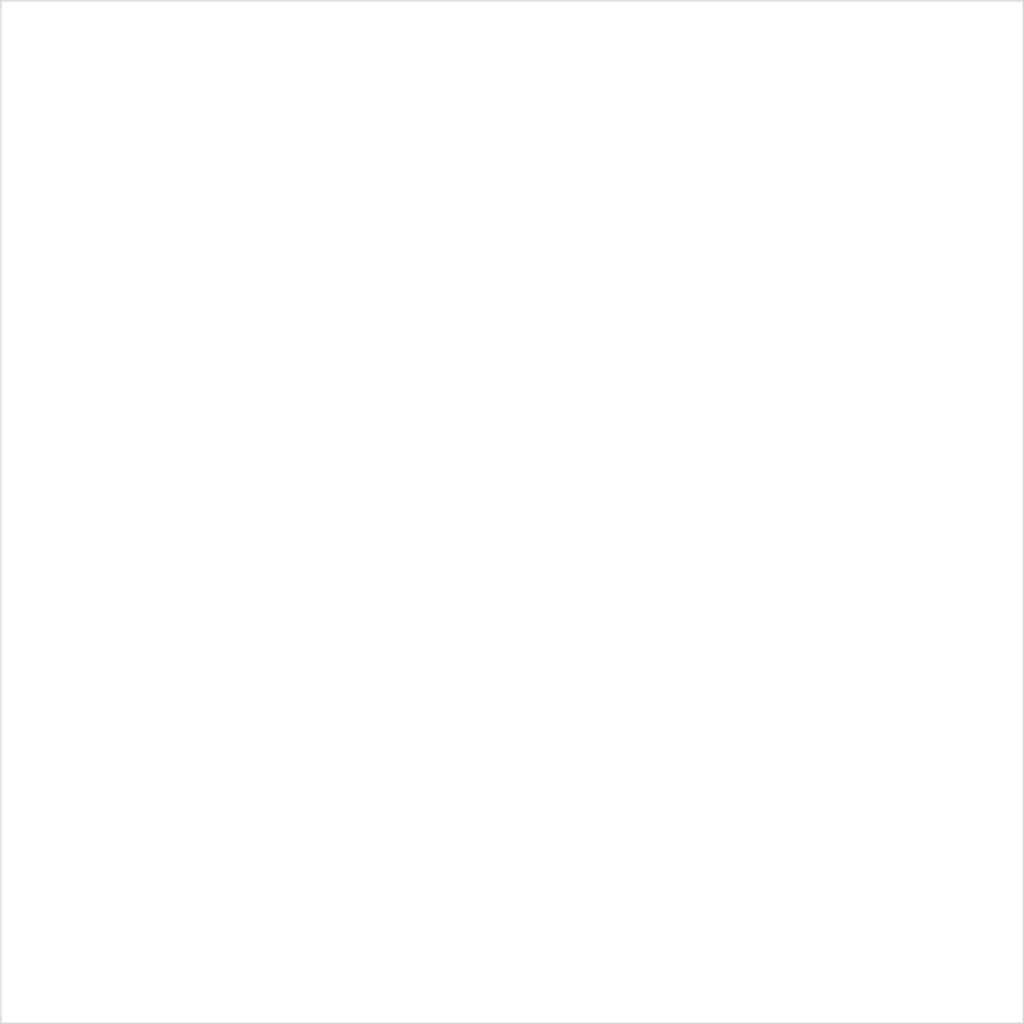
<source format=kicad_pcb>
(kicad_pcb (version 4) (host pcbnew 4.0.3+e1-6302~38~ubuntu14.04.1-stable)

  (general
    (links 0)
    (no_connects 0)
    (area 40.564999 40.564999 140.715001 140.715001)
    (thickness 1.2)
    (drawings 4)
    (tracks 0)
    (zones 0)
    (modules 0)
    (nets 1)
  )

  (page A4)
  (layers
    (0 F.Cu signal)
    (31 B.Cu signal)
    (32 B.Adhes user)
    (33 F.Adhes user)
    (34 B.Paste user)
    (35 F.Paste user)
    (36 B.SilkS user)
    (37 F.SilkS user)
    (38 B.Mask user)
    (39 F.Mask user)
    (40 Dwgs.User user)
    (41 Cmts.User user)
    (42 Eco1.User user)
    (43 Eco2.User user)
    (44 Edge.Cuts user)
    (45 Margin user)
    (46 B.CrtYd user)
    (47 F.CrtYd user)
    (48 B.Fab user)
    (49 F.Fab user)
  )

  (setup
    (last_trace_width 0.25)
    (user_trace_width 1)
    (trace_clearance 0.2)
    (zone_clearance 0.508)
    (zone_45_only no)
    (trace_min 0.2)
    (segment_width 0.2)
    (edge_width 0.15)
    (via_size 0.6)
    (via_drill 0.4)
    (via_min_size 0.4)
    (via_min_drill 0.3)
    (user_via 1.5 1)
    (uvia_size 0.3)
    (uvia_drill 0.1)
    (uvias_allowed no)
    (uvia_min_size 0.2)
    (uvia_min_drill 0.1)
    (pcb_text_width 0.3)
    (pcb_text_size 1.5 1.5)
    (mod_edge_width 0.15)
    (mod_text_size 1 1)
    (mod_text_width 0.15)
    (pad_size 1.524 1.524)
    (pad_drill 0.762)
    (pad_to_mask_clearance 0.2)
    (aux_axis_origin 0 0)
    (grid_origin 90.64 90.64)
    (visible_elements FFFFFF7F)
    (pcbplotparams
      (layerselection 0x00030_80000001)
      (usegerberextensions false)
      (excludeedgelayer true)
      (linewidth 0.050000)
      (plotframeref false)
      (viasonmask false)
      (mode 1)
      (useauxorigin false)
      (hpglpennumber 1)
      (hpglpenspeed 20)
      (hpglpendiameter 15)
      (hpglpenoverlay 2)
      (psnegative false)
      (psa4output false)
      (plotreference true)
      (plotvalue true)
      (plotinvisibletext false)
      (padsonsilk false)
      (subtractmaskfromsilk false)
      (outputformat 1)
      (mirror false)
      (drillshape 1)
      (scaleselection 1)
      (outputdirectory ""))
  )

  (net 0 "")

  (net_class Default "This is the default net class."
    (clearance 0.2)
    (trace_width 0.25)
    (via_dia 0.6)
    (via_drill 0.4)
    (uvia_dia 0.3)
    (uvia_drill 0.1)
  )

  (gr_line (start 40.64 140.64) (end 40.64 40.64) (angle 90) (layer Edge.Cuts) (width 0.15))
  (gr_line (start 140.64 140.64) (end 40.64 140.64) (angle 90) (layer Edge.Cuts) (width 0.15))
  (gr_line (start 140.64 40.64) (end 140.64 140.64) (angle 90) (layer Edge.Cuts) (width 0.15))
  (gr_line (start 40.64 40.64) (end 140.64 40.64) (angle 90) (layer Edge.Cuts) (width 0.15))

)

</source>
